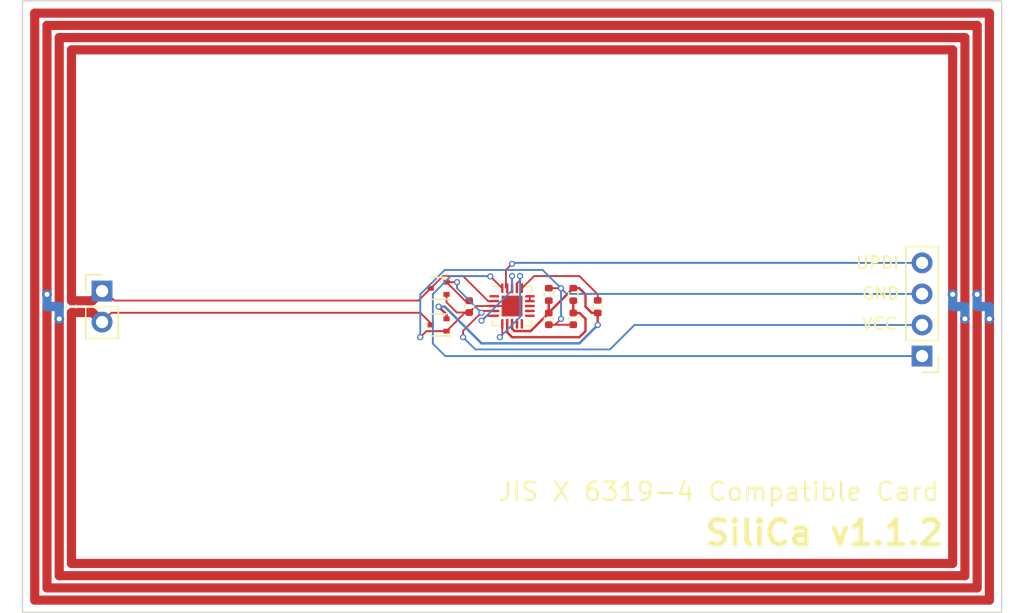
<source format=kicad_pcb>
(kicad_pcb (version 20241229) (generator "pcbnew") (generator_version "9.0")
  (layers (0 "F.Cu" signal) (2 "B.Cu" signal) (13 "F.Paste" user) (15 "B.Paste" user) (5 "F.SilkS" user "F.Silkscreen") (7 "B.SilkS" user "B.Silkscreen") (1 "F.Mask" user) (3 "B.Mask" user) (25 "Edge.Cuts" user))
  (net 0 "")
  (net 1 "EXTCLK")
  (net 2 "VCC")
  (net 3 "GND")
  (net 4 "AINP0")
  (net 5 "AINN0")
  (net 6 "MISO")
  (net 7 "RxD")
  (net 8 "~{SS}")
  (net 9 "MOSI")
  (net 15 "SCK")
  (net 16 "UPDI")
  (net 17 "TxD")
  (footprint "MountingHole:ToolingHole_1.152mm" (layer "F.Cu") (at 123.5 56.5)
    (property "Reference" "REF**" (hide yes))
    (property "Value" "ToolingHole_1.152mm")
    (pad "" np_thru_hole circle (at 0 0) (size 1.152 1.152) (drill 1.152) (layers "*.Cu" "*.Mask"))
  )
  (footprint "Package_TO_SOT_SMD:SOT-523" (layer "F.Cu") (at 84 73.5 180)
    (property "Reference" "D1" (hide yes))
    (property "Value" "D_Schottky_Dual_Series_AKC_Parallel" (hide yes))
    (fp_line (start 0.65 0.9) (end -0.65 0.9) (stroke (width 0.12)) (layer "F.SilkS"))
    (fp_line (start -1 -0.9) (end 0.65 -0.9) (stroke (width 0.12)) (layer "F.SilkS"))
    (pad "1" smd rect (at -0.645 -0.5) (size 0.51 0.4) (layers "F.Cu" "F.Mask" "F.Paste") (net 3 "GND"))
    (pad "2" smd rect (at -0.645 0.5) (size 0.51 0.4) (layers "F.Cu" "F.Mask" "F.Paste") (net 2 "VCC"))
    (pad "3" smd rect (at 0.645 0) (size 0.51 0.4) (layers "F.Cu" "F.Mask" "F.Paste") (net 1 "EXTCLK"))
  )
  (footprint "Package_TO_SOT_SMD:SOT-523" (layer "F.Cu") (at 84 76.5 180)
    (property "Reference" "D2" (hide yes))
    (property "Value" "D_Schottky_Dual_Series_AKC_Parallel" (hide yes))
    (fp_line (start 0.65 0.9) (end -0.65 0.9) (stroke (width 0.12)) (layer "F.SilkS"))
    (fp_line (start -1 -0.9) (end 0.65 -0.9) (stroke (width 0.12)) (layer "F.SilkS"))
    (pad "1" smd rect (at -0.645 -0.5) (size 0.51 0.4) (layers "F.Cu" "F.Mask" "F.Paste") (net 3 "GND"))
    (pad "2" smd rect (at -0.645 0.5) (size 0.51 0.4) (layers "F.Cu" "F.Mask" "F.Paste") (net 4 "AINP0"))
    (pad "3" smd rect (at 0.645 0) (size 0.51 0.4) (layers "F.Cu" "F.Mask" "F.Paste") (net 1 "EXTCLK"))
  )
  (footprint "Capacitor_SMD:C_0402_1005Metric" (layer "F.Cu") (at 54 75 -90)
    (property "Reference" "C1" (hide yes))
    (property "Value" "C")
    (fp_line (start -0.107836 0.36) (end 0.107836 0.36) (stroke (width 0.12)) (layer "F.SilkS"))
    (fp_line (start -0.107836 -0.36) (end 0.107836 -0.36) (stroke (width 0.12)) (layer "F.SilkS"))
    (pad "1" smd roundrect (at -0.48 0 270) (size 0.56 0.62) (layers "F.Cu" "F.Mask" "F.Paste") (net 1 "EXTCLK"))
    (pad "2" smd roundrect (at 0.48 0 270) (size 0.56 0.62) (layers "F.Cu" "F.Mask" "F.Paste") (net 1 "EXTCLK"))
  )
  (footprint "Resistor_SMD:R_0402_1005Metric" (layer "F.Cu") (at 95 74 -90)
    (property "Reference" "R2" (hide yes))
    (property "Value" "R")
    (fp_line (start -0.153641 0.38) (end 0.153641 0.38) (stroke (width 0.12)) (layer "F.SilkS"))
    (fp_line (start -0.153641 -0.38) (end 0.153641 -0.38) (stroke (width 0.12)) (layer "F.SilkS"))
    (pad "1" smd roundrect (at -0.51 0 270) (size 0.54 0.64) (layers "F.Cu" "F.Mask" "F.Paste") (net 4 "AINP0"))
    (pad "2" smd roundrect (at 0.51 0 270) (size 0.54 0.64) (layers "F.Cu" "F.Mask" "F.Paste") (net 5 "AINN0"))
  )
  (footprint "Resistor_SMD:R_0402_1005Metric" (layer "F.Cu") (at 93 74 90)
    (property "Reference" "R1" (hide yes))
    (property "Value" "R")
    (fp_line (start -0.153641 -0.38) (end 0.153641 -0.38) (stroke (width 0.12)) (layer "F.SilkS"))
    (fp_line (start -0.153641 0.38) (end 0.153641 0.38) (stroke (width 0.12)) (layer "F.SilkS"))
    (pad "1" smd roundrect (at -0.51 0 90) (size 0.54 0.64) (layers "F.Cu" "F.Mask" "F.Paste") (net 4 "AINP0"))
    (pad "2" smd roundrect (at 0.51 0 90) (size 0.54 0.64) (layers "F.Cu" "F.Mask" "F.Paste") (net 3 "GND"))
  )
  (footprint "Connector_PinHeader_2.54mm:PinHeader_1x04_P2.54mm_Vertical" (layer "F.Cu") (at 123.5 79.04 180)
    (property "Reference" "J1" (hide yes))
    (property "Value" "Conn_01x04_Pin")
    (fp_line (start 1.33 1.27) (end 1.33 8.95) (stroke (width 0.12)) (layer "F.SilkS"))
    (fp_line (start -1.33 8.95) (end 1.33 8.95) (stroke (width 0.12)) (layer "F.SilkS"))
    (fp_line (start -1.33 1.27) (end 1.33 1.27) (stroke (width 0.12)) (layer "F.SilkS"))
    (fp_line (start -1.33 1.27) (end -1.33 8.95) (stroke (width 0.12)) (layer "F.SilkS"))
    (fp_line (start -1.33 0) (end -1.33 -1.33) (stroke (width 0.12)) (layer "F.SilkS"))
    (fp_line (start -1.33 -1.33) (end 0 -1.33) (stroke (width 0.12)) (layer "F.SilkS"))
    (pad "1" thru_hole rect (at 0 0 180) (size 1.7 1.7) (drill 1) (layers "*.Cu" "*.Mask") (net 17 "TxD"))
    (pad "2" thru_hole oval (at 0 2.54 180) (size 1.7 1.7) (drill 1) (layers "*.Cu" "*.Mask") (net 2 "VCC"))
    (pad "3" thru_hole oval (at 0 5.08 180) (size 1.7 1.7) (drill 1) (layers "*.Cu" "*.Mask") (net 3 "GND"))
    (pad "4" thru_hole oval (at 0 7.62 180) (size 1.7 1.7) (drill 1) (layers "*.Cu" "*.Mask") (net 16 "UPDI"))
  )
  (footprint "Connector_PinHeader_2.54mm:PinHeader_1x02_P2.54mm_Vertical" (layer "F.Cu") (at 56.5 73.725)
    (property "Reference" "AE1" (hide yes))
    (property "Value" "Antenna_Loop")
    (fp_line (start -1.33 -1.33) (end 0 -1.33) (stroke (width 0.12)) (layer "F.SilkS"))
    (fp_line (start -1.33 0) (end -1.33 -1.33) (stroke (width 0.12)) (layer "F.SilkS"))
    (fp_line (start -1.33 1.27) (end -1.33 3.87) (stroke (width 0.12)) (layer "F.SilkS"))
    (fp_line (start -1.33 1.27) (end 1.33 1.27) (stroke (width 0.12)) (layer "F.SilkS"))
    (fp_line (start -1.33 3.87) (end 1.33 3.87) (stroke (width 0.12)) (layer "F.SilkS"))
    (fp_line (start 1.33 1.27) (end 1.33 3.87) (stroke (width 0.12)) (layer "F.SilkS"))
    (pad "1" thru_hole rect (at 0 0) (size 1.7 1.7) (drill 1) (layers "*.Cu" "*.Mask") (net 1 "EXTCLK"))
    (pad "2" thru_hole oval (at 0 2.54) (size 1.7 1.7) (drill 1) (layers "*.Cu" "*.Mask") (net 1 "EXTCLK"))
  )
  (footprint "Resistor_SMD:R_0402_1005Metric" (layer "F.Cu") (at 97 75 90)
    (property "Reference" "R3" (hide yes))
    (property "Value" "R")
    (fp_line (start -0.153641 -0.38) (end 0.153641 -0.38) (stroke (width 0.12)) (layer "F.SilkS"))
    (fp_line (start -0.153641 0.38) (end 0.153641 0.38) (stroke (width 0.12)) (layer "F.SilkS"))
    (pad "1" smd roundrect (at -0.51 0 90) (size 0.54 0.64) (layers "F.Cu" "F.Mask" "F.Paste") (net 4 "AINP0"))
    (pad "2" smd roundrect (at 0.51 0 90) (size 0.54 0.64) (layers "F.Cu" "F.Mask" "F.Paste") (net 6 "MISO"))
  )
  (footprint "Package_DFN_QFN:VQFN-20-1EP_3x3mm_P0.4mm_EP1.7x1.7mm" (layer "F.Cu") (at 90 74.95)
    (property "Reference" "U1" (hide yes))
    (property "Value" "ATtiny1616-M" (hide yes))
    (fp_line (start -1.61 1.61) (end -1.61 1.16) (stroke (width 0.12)) (layer "F.SilkS"))
    (fp_line (start -1.16 -1.61) (end -1.61 -1.61) (stroke (width 0.12)) (layer "F.SilkS"))
    (fp_line (start -1.16 1.61) (end -1.61 1.61) (stroke (width 0.12)) (layer "F.SilkS"))
    (fp_line (start 1.16 -1.61) (end 1.61 -1.61) (stroke (width 0.12)) (layer "F.SilkS"))
    (fp_line (start 1.16 1.61) (end 1.61 1.61) (stroke (width 0.12)) (layer "F.SilkS"))
    (fp_line (start 1.61 -1.61) (end 1.61 -1.16) (stroke (width 0.12)) (layer "F.SilkS"))
    (fp_line (start 1.61 1.61) (end 1.61 1.16) (stroke (width 0.12)) (layer "F.SilkS"))
    (pad "1" smd custom (at -1.45 -0.8) (size 0.143431 0.143431) (layers "F.Cu" "F.Mask" "F.Paste") (net 7 "RxD") (options (clearance outline) (anchor circle)) (primitives (gr_poly (pts (xy 0.35 0.000711) (xy 0.35 0.05) (xy -0.35 0.05) (xy -0.35 -0.05) (xy 0.299289 -0.05)) (width 0.1) (fill yes))))
    (pad "2" smd roundrect (at -1.45 -0.4) (size 0.8 0.2) (layers "F.Cu" "F.Mask" "F.Paste") (net 1 "EXTCLK"))
    (pad "3" smd roundrect (at -1.45 0) (size 0.8 0.2) (layers "F.Cu" "F.Mask" "F.Paste") (net 3 "GND"))
    (pad "4" smd roundrect (at -1.45 0.4) (size 0.8 0.2) (layers "F.Cu" "F.Mask" "F.Paste") (net 2 "VCC"))
    (pad "5" smd custom (at -1.45 0.8) (size 0.143431 0.143431) (layers "F.Cu" "F.Mask" "F.Paste") (net 8 "~{SS}") (options (clearance outline) (anchor circle)) (primitives (gr_poly (pts (xy 0.35 -0.000711) (xy 0.299289 0.05) (xy -0.35 0.05) (xy -0.35 -0.05) (xy 0.35 -0.05)) (width 0.1) (fill yes))))
    (pad "6" smd custom (at -0.8 1.45) (size 0.143431 0.143431) (layers "F.Cu" "F.Mask" "F.Paste") (net 9 "MOSI") (options (clearance outline) (anchor circle)) (primitives (gr_poly (pts (xy 0.05 0.35) (xy -0.05 0.35) (xy -0.05 -0.299289) (xy 0.000711 -0.35) (xy 0.05 -0.35)) (width 0.1) (fill yes))))
    (pad "7" smd roundrect (at -0.4 1.45) (size 0.2 0.8) (layers "F.Cu" "F.Mask" "F.Paste") (net 5 "AINN0"))
    (pad "8" smd roundrect (at 0 1.45) (size 0.2 0.8) (layers "F.Cu" "F.Mask" "F.Paste") (net 4 "AINP0"))
    (pad "9" smd roundrect (at 0.4 1.45) (size 0.2 0.8) (layers "F.Cu" "F.Mask" "F.Paste"))
    (pad "10" smd custom (at 0.8 1.45) (size 0.143431 0.143431) (layers "F.Cu" "F.Mask" "F.Paste") (options (clearance outline) (anchor circle)) (primitives (gr_poly (pts (xy 0.05 -0.299289) (xy 0.05 0.35) (xy -0.05 0.35) (xy -0.05 -0.35) (xy -0.000711 -0.35)) (width 0.1) (fill yes))))
    (pad "11" smd custom (at 1.45 0.8) (size 0.143431 0.143431) (layers "F.Cu" "F.Mask" "F.Paste") (options (clearance outline) (anchor circle)) (primitives (gr_poly (pts (xy 0.35 0.05) (xy -0.299289 0.05) (xy -0.35 -0.000711) (xy -0.35 -0.05) (xy 0.35 -0.05)) (width 0.1) (fill yes))))
    (pad "12" smd roundrect (at 1.45 0.4) (size 0.8 0.2) (layers "F.Cu" "F.Mask" "F.Paste"))
    (pad "13" smd roundrect (at 1.45 0) (size 0.8 0.2) (layers "F.Cu" "F.Mask" "F.Paste"))
    (pad "14" smd roundrect (at 1.45 -0.4) (size 0.8 0.2) (layers "F.Cu" "F.Mask" "F.Paste") (net 15 "SCK"))
    (pad "15" smd custom (at 1.45 -0.8) (size 0.143431 0.143431) (layers "F.Cu" "F.Mask" "F.Paste") (net 15 "SCK") (options (clearance outline) (anchor circle)) (primitives (gr_poly (pts (xy 0.35 0.05) (xy -0.35 0.05) (xy -0.35 0.000711) (xy -0.299289 -0.05) (xy 0.35 -0.05)) (width 0.1) (fill yes))))
    (pad "16" smd custom (at 0.8 -1.45) (size 0.143431 0.143431) (layers "F.Cu" "F.Mask" "F.Paste") (net 6 "MISO") (options (clearance outline) (anchor circle)) (primitives (gr_poly (pts (xy 0.05 0.299289) (xy -0.000711 0.35) (xy -0.05 0.35) (xy -0.05 -0.35) (xy 0.05 -0.35)) (width 0.1) (fill yes))))
    (pad "17" smd roundrect (at 0.4 -1.45) (size 0.2 0.8) (layers "F.Cu" "F.Mask" "F.Paste") (net 9 "MOSI"))
    (pad "18" smd roundrect (at 0 -1.45) (size 0.2 0.8) (layers "F.Cu" "F.Mask" "F.Paste") (net 8 "~{SS}"))
    (pad "19" smd roundrect (at -0.4 -1.45) (size 0.2 0.8) (layers "F.Cu" "F.Mask" "F.Paste") (net 16 "UPDI"))
    (pad "20" smd custom (at -0.8 -1.45) (size 0.143431 0.143431) (layers "F.Cu" "F.Mask" "F.Paste") (net 17 "TxD") (options (clearance outline) (anchor circle)) (primitives (gr_poly (pts (xy 0.05 0.35) (xy 0.000711 0.35) (xy -0.05 0.299289) (xy -0.05 -0.35) (xy 0.05 -0.35)) (width 0.1) (fill yes))))
    (pad "21" smd rect (at 0 0) (size 1.7 1.7) (layers "F.Cu" "F.Mask") (net 3 "GND"))
  )
  (footprint "Capacitor_SMD:C_0402_1005Metric" (layer "F.Cu") (at 86.5 75 -90)
    (property "Reference" "C2" (hide yes))
    (property "Value" "C")
    (fp_line (start -0.107836 0.36) (end 0.107836 0.36) (stroke (width 0.12)) (layer "F.SilkS"))
    (fp_line (start -0.107836 -0.36) (end 0.107836 -0.36) (stroke (width 0.12)) (layer "F.SilkS"))
    (pad "1" smd roundrect (at -0.48 0 270) (size 0.56 0.62) (layers "F.Cu" "F.Mask" "F.Paste") (net 2 "VCC"))
    (pad "2" smd roundrect (at 0.48 0 270) (size 0.56 0.62) (layers "F.Cu" "F.Mask" "F.Paste") (net 3 "GND"))
  )
  (footprint "Capacitor_SMD:C_0402_1005Metric" (layer "F.Cu") (at 95 76 -90)
    (property "Reference" "C4" (hide yes))
    (property "Value" "C")
    (fp_line (start -0.107836 0.36) (end 0.107836 0.36) (stroke (width 0.12)) (layer "F.SilkS"))
    (fp_line (start -0.107836 -0.36) (end 0.107836 -0.36) (stroke (width 0.12)) (layer "F.SilkS"))
    (pad "1" smd roundrect (at -0.48 0 270) (size 0.56 0.62) (layers "F.Cu" "F.Mask" "F.Paste") (net 5 "AINN0"))
    (pad "2" smd roundrect (at 0.48 0 270) (size 0.56 0.62) (layers "F.Cu" "F.Mask" "F.Paste") (net 3 "GND"))
  )
  (footprint "MountingHole:ToolingHole_1.152mm" (layer "F.Cu") (at 56.5 93.5)
    (property "Reference" "REF**" (hide yes))
    (property "Value" "ToolingHole_1.152mm")
    (pad "" np_thru_hole circle (at 0 0) (size 1.152 1.152) (drill 1.152) (layers "*.Cu" "*.Mask"))
  )
  (footprint "Capacitor_SMD:C_0402_1005Metric" (layer "F.Cu") (at 93 76 -90)
    (property "Reference" "C3" (hide yes))
    (property "Value" "C")
    (fp_line (start -0.107836 0.36) (end 0.107836 0.36) (stroke (width 0.12)) (layer "F.SilkS"))
    (fp_line (start -0.107836 -0.36) (end 0.107836 -0.36) (stroke (width 0.12)) (layer "F.SilkS"))
    (pad "1" smd roundrect (at -0.48 0 270) (size 0.56 0.62) (layers "F.Cu" "F.Mask" "F.Paste") (net 4 "AINP0"))
    (pad "2" smd roundrect (at 0.48 0 270) (size 0.56 0.62) (layers "F.Cu" "F.Mask" "F.Paste") (net 3 "GND"))
  )
  (gr_rect (start 50 50) (end 130 100) (stroke (width 0.1)) (fill no) (layer "Edge.Cuts"))
  (gr_text "VCC" (at 118.5 77 0) (layer "F.SilkS") (effects (font (size 1 1)) (justify left bottom)))
  (gr_text "JIS X 6319-4 Compatible Card" (at 88.75 91 0) (layer "F.SilkS") (effects (font (size 1.5 1.5) (thickness 0.1875)) (justify left bottom)))
  (gr_text "GND" (at 118.5 74.5 0) (layer "F.SilkS") (effects (font (size 1 1)) (justify left bottom)))
  (gr_text "SiliCa v1.1.2" (at 115.5 93.5 0) (layer "F.SilkS") (effects (font (size 2 2) (thickness 0.4) (bold yes))))
  (gr_text "UPDI" (at 118 72 0) (layer "F.SilkS") (effects (font (size 1 1)) (justify left bottom)))
  (segment (start 83.355 73.5) (end 82.355 74.5) (width 0.15) (layer "F.Cu") (net 1))
  (segment (start 54 75.48) (end 54 96) (width 0.75) (layer "F.Cu") (net 1))
  (segment (start 51 51) (end 51 99) (width 0.75) (layer "F.Cu") (net 1))
  (segment (start 55.705 74.52) (end 56.5 73.725) (width 0.75) (layer "F.Cu") (net 1))
  (segment (start 126 75) (end 127 75) (width 0.75) (layer "F.Cu") (net 1))
  (segment (start 82.355 74.5) (end 57.5 74.5) (width 0.15) (layer "F.Cu") (net 1))
  (segment (start 127 97) (end 127 76) (width 0.75) (layer "F.Cu") (net 1))
  (segment (start 126 54) (end 54 54) (width 0.75) (layer "F.Cu") (net 1))
  (segment (start 128 75) (end 129 75) (width 0.75) (layer "F.Cu") (net 1))
  (segment (start 83.355 76.5) (end 83.355 76.355) (width 0.15) (layer "F.Cu") (net 1))
  (segment (start 57.265 75.5) (end 56.5 76.265) (width 0.15) (layer "F.Cu") (net 1))
  (segment (start 128 52) (end 128 74) (width 0.75) (layer "F.Cu") (net 1))
  (segment (start 128 98) (end 128 75) (width 0.75) (layer "F.Cu") (net 1))
  (segment (start 129 75) (end 129 51) (width 0.75) (layer "F.Cu") (net 1))
  (segment (start 127 53) (end 53 53) (width 0.75) (layer "F.Cu") (net 1))
  (segment (start 126 74) (end 126 54) (width 0.75) (layer "F.Cu") (net 1))
  (segment (start 54 74.52) (end 55.705 74.52) (width 0.75) (layer "F.Cu") (net 1))
  (segment (start 53 75) (end 52 75) (width 0.75) (layer "F.Cu") (net 1))
  (segment (start 53 97) (end 127 97) (width 0.75) (layer "F.Cu") (net 1))
  (segment (start 51 99) (end 129 99) (width 0.75) (layer "F.Cu") (net 1))
  (segment (start 52 75) (end 52 98) (width 0.75) (layer "F.Cu") (net 1))
  (segment (start 56.725 73.725) (end 56.5 73.725) (width 0.15) (layer "F.Cu") (net 1))
  (segment (start 83.355 73.5) (end 84.355 72.5) (width 0.15) (layer "F.Cu") (net 1))
  (segment (start 82.5 75.5) (end 57.265 75.5) (width 0.15) (layer "F.Cu") (net 1))
  (segment (start 129 99) (end 129 76) (width 0.75) (layer "F.Cu") (net 1))
  (segment (start 86 72.5) (end 88.05 74.55) (width 0.15) (layer "F.Cu") (net 1))
  (segment (start 54 54) (end 54 74.52) (width 0.75) (layer "F.Cu") (net 1))
  (segment (start 57.5 74.5) (end 56.725 73.725) (width 0.15) (layer "F.Cu") (net 1))
  (segment (start 55.715 75.48) (end 56.5 76.265) (width 0.75) (layer "F.Cu") (net 1))
  (segment (start 129 51) (end 51 51) (width 0.75) (layer "F.Cu") (net 1))
  (segment (start 53 53) (end 53 75) (width 0.75) (layer "F.Cu") (net 1))
  (segment (start 53 76) (end 53 97) (width 0.75) (layer "F.Cu") (net 1))
  (segment (start 52 74) (end 52 52) (width 0.75) (layer "F.Cu") (net 1))
  (segment (start 126 96) (end 126 75) (width 0.75) (layer "F.Cu") (net 1))
  (segment (start 52 98) (end 128 98) (width 0.75) (layer "F.Cu") (net 1))
  (segment (start 83.355 76.355) (end 82.5 75.5) (width 0.15) (layer "F.Cu") (net 1))
  (segment (start 127 75) (end 127 53) (width 0.75) (layer "F.Cu") (net 1))
  (segment (start 84.355 72.5) (end 86 72.5) (width 0.15) (layer "F.Cu") (net 1))
  (segment (start 88.05 74.55) (end 88.55 74.55) (width 0.15) (layer "F.Cu") (net 1))
  (segment (start 52 52) (end 128 52) (width 0.75) (layer "F.Cu") (net 1))
  (segment (start 54 96) (end 126 96) (width 0.75) (layer "F.Cu") (net 1))
  (segment (start 54 75.48) (end 55.715 75.48) (width 0.75) (layer "F.Cu") (net 1))
  (via (at 53 76) (size 0.8) (drill 0.4) (layers "F.Cu" "B.Cu") (net 1))
  (via (at 127 76) (size 0.8) (drill 0.4) (layers "F.Cu" "B.Cu") (net 1))
  (via (at 52 74) (size 0.8) (drill 0.4) (layers "F.Cu" "B.Cu") (net 1))
  (via (at 126 74) (size 0.8) (drill 0.4) (layers "F.Cu" "B.Cu") (net 1))
  (via (at 128 74) (size 0.8) (drill 0.4) (layers "F.Cu" "B.Cu") (net 1))
  (via (at 129 76) (size 0.8) (drill 0.4) (layers "F.Cu" "B.Cu") (net 1))
  (segment (start 126 75) (end 127 75) (width 0.75) (layer "B.Cu") (net 1))
  (segment (start 128 74) (end 128 75) (width 0.75) (layer "B.Cu") (net 1))
  (segment (start 53 75) (end 52 75) (width 0.75) (layer "B.Cu") (net 1))
  (segment (start 129 75) (end 129 76) (width 0.75) (layer "B.Cu") (net 1))
  (segment (start 126 74) (end 126 75) (width 0.75) (layer "B.Cu") (net 1))
  (segment (start 53 76) (end 53 75) (width 0.75) (layer "B.Cu") (net 1))
  (segment (start 127 75) (end 127 76) (width 0.75) (layer "B.Cu") (net 1))
  (segment (start 128 75) (end 129 75) (width 0.75) (layer "B.Cu") (net 1))
  (segment (start 52 75) (end 52 74) (width 0.75) (layer "B.Cu") (net 1))
  (segment (start 87.65 75.35) (end 87.5 75.5) (width 0.15) (layer "F.Cu") (net 2))
  (segment (start 86 77.5) (end 86 76.978251) (width 0.15) (layer "F.Cu") (net 2))
  (segment (start 84.645 73) (end 86.165 74.52) (width 0.15) (layer "F.Cu") (net 2))
  (segment (start 86.165 74.52) (end 86.5 74.52) (width 0.15) (layer "F.Cu") (net 2))
  (segment (start 87.478251 75.5) (end 87.5 75.5) (width 0.15) (layer "F.Cu") (net 2))
  (segment (start 84.645 73) (end 85.5 73) (width 0.15) (layer "F.Cu") (net 2))
  (segment (start 88.55 75.35) (end 87.65 75.35) (width 0.15) (layer "F.Cu") (net 2))
  (segment (start 86 76.978251) (end 87.478251 75.5) (width 0.15) (layer "F.Cu") (net 2))
  (via (at 87.5 75.5) (size 0.5) (drill 0.3) (layers "F.Cu" "B.Cu") (net 2))
  (via (at 85.5 73) (size 0.5) (drill 0.3) (layers "F.Cu" "B.Cu") (net 2))
  (via (at 86 77.5) (size 0.5) (drill 0.3) (layers "F.Cu" "B.Cu") (net 2))
  (segment (start 98 78.5) (end 87 78.5) (width 0.15) (layer "B.Cu") (net 2))
  (segment (start 87 78.5) (end 86 77.5) (width 0.15) (layer "B.Cu") (net 2))
  (segment (start 87.5 75.5) (end 85.5 73.5) (width 0.15) (layer "B.Cu") (net 2))
  (segment (start 85.5 73.5) (end 85.5 73) (width 0.15) (layer "B.Cu") (net 2))
  (segment (start 123.5 76.5) (end 100 76.5) (width 0.15) (layer "B.Cu") (net 2))
  (segment (start 100 76.5) (end 98 78.5) (width 0.15) (layer "B.Cu") (net 2))
  (segment (start 94 76) (end 93.52 76.48) (width 0.15) (layer "F.Cu") (net 3))
  (segment (start 93 76.48) (end 95 76.48) (width 0.15) (layer "F.Cu") (net 3))
  (segment (start 84.645 74.645) (end 85.48 75.48) (width 0.15) (layer "F.Cu") (net 3))
  (segment (start 87.03 74.95) (end 88.55 74.95) (width 0.15) (layer "F.Cu") (net 3))
  (segment (start 85.48 75.48) (end 86.5 75.48) (width 0.15) (layer "F.Cu") (net 3))
  (segment (start 84.645 74) (end 84.645 74.645) (width 0.15) (layer "F.Cu") (net 3))
  (segment (start 82.5 77.5) (end 83 77) (width 0.15) (layer "F.Cu") (net 3))
  (segment (start 83 77) (end 84.645 77) (width 0.15) (layer "F.Cu") (net 3))
  (segment (start 88.55 74.95) (end 90 74.95) (width 0.15) (layer "F.Cu") (net 3))
  (segment (start 86.5 75.48) (end 87.03 74.95) (width 0.15) (layer "F.Cu") (net 3))
  (segment (start 93.52 76.48) (end 93 76.48) (width 0.15) (layer "F.Cu") (net 3))
  (segment (start 94 73.5) (end 93.99 73.49) (width 0.15) (layer "F.Cu") (net 3))
  (segment (start 86.165 75.48) (end 86.5 75.48) (width 0.15) (layer "F.Cu") (net 3))
  (segment (start 84.645 77) (end 86.165 75.48) (width 0.15) (layer "F.Cu") (net 3))
  (segment (start 93 73.49) (end 93.99 73.49) (width 0.15) (layer "F.Cu") (net 3))
  (via (at 82.5 77.5) (size 0.5) (drill 0.3) (layers "F.Cu" "B.Cu") (net 3))
  (via (at 94 76) (size 0.5) (drill 0.3) (layers "F.Cu" "B.Cu") (net 3))
  (via (at 94 73.5) (size 0.5) (drill 0.3) (layers "F.Cu" "B.Cu") (net 3))
  (segment (start 92.5 72) (end 84.5 72) (width 0.15) (layer "B.Cu") (net 3))
  (segment (start 94 73.5) (end 94.46 73.96) (width 0.15) (layer "B.Cu") (net 3))
  (segment (start 84.5 72) (end 82.5 74) (width 0.15) (layer "B.Cu") (net 3))
  (segment (start 94 76) (end 94 73.5) (width 0.15) (layer "B.Cu") (net 3))
  (segment (start 82.5 74) (end 82.5 77.5) (width 0.15) (layer "B.Cu") (net 3))
  (segment (start 94 73.5) (end 92.5 72) (width 0.15) (layer "B.Cu") (net 3))
  (segment (start 94.46 73.96) (end 123.5 73.96) (width 0.15) (layer "B.Cu") (net 3))
  (segment (start 93 75.49) (end 95 73.49) (width 0.2) (layer "F.Cu") (net 4))
  (segment (start 97 75.51) (end 97 76.5) (width 0.2) (layer "F.Cu") (net 4))
  (segment (start 93 75.52) (end 93 75.49) (width 0.2) (layer "F.Cu") (net 4))
  (segment (start 95.49 73.49) (end 96 74) (width 0.2) (layer "F.Cu") (net 4))
  (segment (start 84.645 76) (end 84.645 75.645) (width 0.2) (layer "F.Cu") (net 4))
  (segment (start 90 76.4) (end 90 76.8) (width 0.2) (layer "F.Cu") (net 4))
  (segment (start 84.645 75.645) (end 84 75) (width 0.2) (layer "F.Cu") (net 4))
  (segment (start 96 74) (end 96 75) (width 0.2) (layer "F.Cu") (net 4))
  (segment (start 90.2 77) (end 91.52 77) (width 0.2) (layer "F.Cu") (net 4))
  (segment (start 96.51 75.51) (end 97 75.51) (width 0.2) (layer "F.Cu") (net 4))
  (segment (start 90 76.8) (end 90.2 77) (width 0.2) (layer "F.Cu") (net 4))
  (segment (start 93 74.51) (end 93 75.52) (width 0.2) (layer "F.Cu") (net 4))
  (segment (start 91.52 77) (end 93 75.52) (width 0.2) (layer "F.Cu") (net 4))
  (segment (start 96 75) (end 96.51 75.51) (width 0.2) (layer "F.Cu") (net 4))
  (segment (start 95 73.49) (end 95.49 73.49) (width 0.2) (layer "F.Cu") (net 4))
  (via (at 97 76.5) (size 0.5) (drill 0.3) (layers "F.Cu" "B.Cu") (net 4))
  (via (at 84 75) (size 0.5) (drill 0.3) (layers "F.Cu" "B.Cu") (net 4))
  (segment (start 84 75) (end 84.5 75) (width 0.2) (layer "B.Cu") (net 4))
  (segment (start 95.500001 77.999999) (end 97 76.5) (width 0.2) (layer "B.Cu") (net 4))
  (segment (start 84.5 75) (end 87.499999 77.999999) (width 0.2) (layer "B.Cu") (net 4))
  (segment (start 87.499999 77.999999) (end 95.500001 77.999999) (width 0.2) (layer "B.Cu") (net 4))
  (segment (start 89.6 77.1) (end 90 77.5) (width 0.2) (layer "F.Cu") (net 5))
  (segment (start 96 77) (end 96 76) (width 0.2) (layer "F.Cu") (net 5))
  (segment (start 95.52 75.52) (end 95 75.52) (width 0.2) (layer "F.Cu") (net 5))
  (segment (start 96 76) (end 95.52 75.52) (width 0.2) (layer "F.Cu") (net 5))
  (segment (start 95 74.51) (end 95 75.52) (width 0.2) (layer "F.Cu") (net 5))
  (segment (start 89.6 76.4) (end 89.6 77.1) (width 0.2) (layer "F.Cu") (net 5))
  (segment (start 95.5 77.5) (end 96 77) (width 0.2) (layer "F.Cu") (net 5))
  (segment (start 90 77.5) (end 95.5 77.5) (width 0.2) (layer "F.Cu") (net 5))
  (segment (start 91.8 72.5) (end 95.5 72.5) (width 0.15) (layer "F.Cu") (net 6))
  (segment (start 95.5 72.5) (end 97 74) (width 0.15) (layer "F.Cu") (net 6))
  (segment (start 97 74.49) (end 97 74) (width 0.15) (layer "F.Cu") (net 6))
  (segment (start 90.8 73.5) (end 91.8 72.5) (width 0.15) (layer "F.Cu") (net 6))
  (segment (start 87.696752 75.975) (end 87.921752 75.75) (width 0.15) (layer "F.Cu") (net 8))
  (segment (start 90 73.5) (end 90 72.5) (width 0.15) (layer "F.Cu") (net 8))
  (segment (start 87.675003 75.975) (end 87.696752 75.975) (width 0.15) (layer "F.Cu") (net 8))
  (segment (start 87.921752 75.75) (end 88.55 75.75) (width 0.15) (layer "F.Cu") (net 8))
  (segment (start 87.5 76.150003) (end 87.675003 75.975) (width 0.15) (layer "F.Cu") (net 8))
  (via (at 87.5 76.150003) (size 0.5) (drill 0.3) (layers "F.Cu" "B.Cu") (net 8))
  (via (at 90 72.5) (size 0.5) (drill 0.3) (layers "F.Cu" "B.Cu") (net 8))
  (segment (start 90 72.5) (end 90 73.671752) (width 0.15) (layer "B.Cu") (net 8))
  (segment (start 87.521749 76.150003) (end 87.5 76.150003) (width 0.15) (layer "B.Cu") (net 8))
  (segment (start 90 73.671752) (end 87.521749 76.150003) (width 0.15) (layer "B.Cu") (net 8))
  (segment (start 89.2 77.3) (end 89 77.5) (width 0.15) (layer "F.Cu") (net 9))
  (segment (start 89.2 76.4) (end 89.2 77.3) (width 0.15) (layer "F.Cu") (net 9))
  (segment (start 90.4 73.1) (end 90.650003 72.849997) (width 0.15) (layer "F.Cu") (net 9))
  (segment (start 90.650003 72.849997) (end 90.650003 72.5) (width 0.15) (layer "F.Cu") (net 9))
  (segment (start 90.4 73.5) (end 90.4 73.1) (width 0.15) (layer "F.Cu") (net 9))
  (via (at 89 77.5) (size 0.5) (drill 0.3) (layers "F.Cu" "B.Cu") (net 9))
  (via (at 90.650003 72.5) (size 0.5) (drill 0.3) (layers "F.Cu" "B.Cu") (net 9))
  (segment (start 90.650003 72.5) (end 90.650003 75.849997) (width 0.15) (layer "B.Cu") (net 9))
  (segment (start 90.650003 75.849997) (end 89 77.5) (width 0.15) (layer "B.Cu") (net 9))
  (segment (start 91.45 74.55) (end 91.45 74.15) (width 0.15) (layer "F.Cu") (net 15))
  (segment (start 89.6 73.5) (end 89.5 73.4) (width 0.15) (layer "F.Cu") (net 16))
  (segment (start 89.5 73.4) (end 89.5 72) (width 0.15) (layer "F.Cu") (net 16))
  (segment (start 89.5 72) (end 90 71.5) (width 0.15) (layer "F.Cu") (net 16))
  (via (at 90 71.5) (size 0.5) (drill 0.3) (layers "F.Cu" "B.Cu") (net 16))
  (segment (start 123.5 71.42) (end 90.08 71.42) (width 0.15) (layer "B.Cu") (net 16))
  (segment (start 88.225 72.525) (end 89.2 73.5) (width 0.15) (layer "F.Cu") (net 17))
  (via (at 88.225 72.525) (size 0.5) (drill 0.3) (layers "F.Cu" "B.Cu") (net 17))
  (segment (start 88.2 72.5) (end 85 72.5) (width 0.15) (layer "B.Cu") (net 17))
  (segment (start 88.225 72.525) (end 88.2 72.5) (width 0.15) (layer "B.Cu") (net 17))
  (segment (start 83.525 73.975) (end 83.525 78.025) (width 0.15) (layer "B.Cu") (net 17))
  (segment (start 85 72.5) (end 83.525 73.975) (width 0.15) (layer "B.Cu") (net 17))
  (segment (start 83.525 78.025) (end 84.54 79.04) (width 0.15) (layer "B.Cu") (net 17))
  (segment (start 84.54 79.04) (end 123.5 79.04) (width 0.15) (layer "B.Cu") (net 17))
)
</source>
